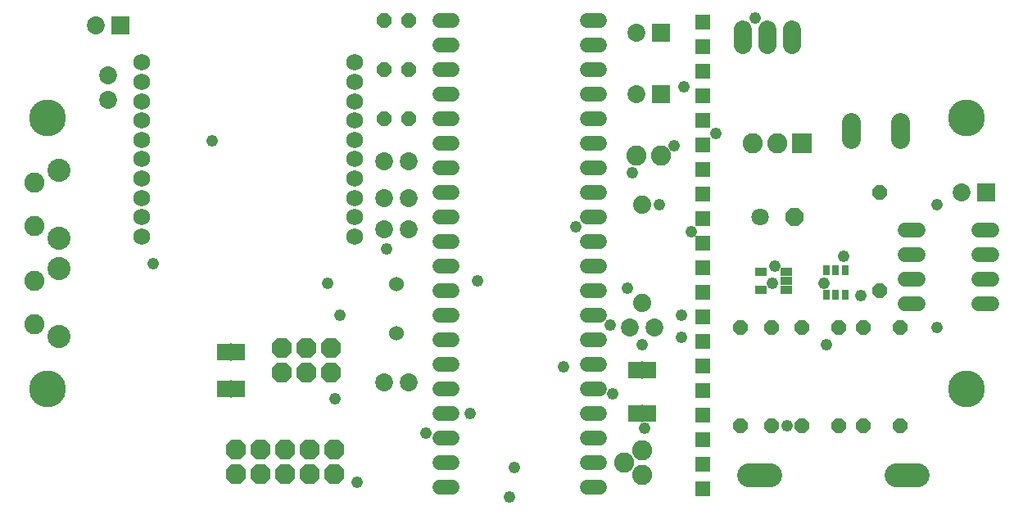
<source format=gts>
G75*
G70*
%OFA0B0*%
%FSLAX24Y24*%
%IPPOS*%
%LPD*%
%AMOC8*
5,1,8,0,0,1.08239X$1,22.5*
%
%ADD10C,0.0680*%
%ADD11C,0.0600*%
%ADD12C,0.0740*%
%ADD13C,0.0730*%
%ADD14R,0.0730X0.0730*%
%ADD15C,0.0600*%
%ADD16OC8,0.0820*%
%ADD17OC8,0.0600*%
%ADD18C,0.0940*%
%ADD19C,0.0820*%
%ADD20R,0.0315X0.0433*%
%ADD21C,0.0740*%
%ADD22R,0.0470X0.0352*%
%ADD23OC8,0.0710*%
%ADD24C,0.0710*%
%ADD25R,0.0540X0.0710*%
%ADD26R,0.0060X0.0720*%
%ADD27C,0.0780*%
%ADD28R,0.0595X0.0595*%
%ADD29C,0.0965*%
%ADD30C,0.1497*%
%ADD31R,0.0820X0.0820*%
%ADD32C,0.0480*%
%ADD33C,0.0476*%
D10*
X005770Y011732D03*
X005770Y012519D03*
X005770Y013306D03*
X005770Y014094D03*
X005770Y014881D03*
X005770Y015669D03*
X005770Y016456D03*
X005770Y017243D03*
X005770Y018031D03*
X005770Y018818D03*
X014432Y018818D03*
X014432Y018031D03*
X014432Y017243D03*
X014432Y016456D03*
X014432Y015669D03*
X014432Y014881D03*
X014432Y014094D03*
X014432Y013306D03*
X014432Y012519D03*
X014432Y011732D03*
D11*
X017891Y011534D02*
X018411Y011534D01*
X018411Y012534D02*
X017891Y012534D01*
X017891Y013534D02*
X018411Y013534D01*
X018411Y014534D02*
X017891Y014534D01*
X017891Y015534D02*
X018411Y015534D01*
X018411Y016534D02*
X017891Y016534D01*
X017891Y017534D02*
X018411Y017534D01*
X018411Y018534D02*
X017891Y018534D01*
X017891Y019534D02*
X018411Y019534D01*
X018411Y020534D02*
X017891Y020534D01*
X023891Y020534D02*
X024411Y020534D01*
X024411Y019534D02*
X023891Y019534D01*
X023891Y018534D02*
X024411Y018534D01*
X024411Y017534D02*
X023891Y017534D01*
X023891Y016534D02*
X024411Y016534D01*
X024411Y015534D02*
X023891Y015534D01*
X023891Y014534D02*
X024411Y014534D01*
X024411Y013534D02*
X023891Y013534D01*
X023891Y012534D02*
X024411Y012534D01*
X024411Y011534D02*
X023891Y011534D01*
X023891Y010534D02*
X024411Y010534D01*
X024411Y009534D02*
X023891Y009534D01*
X023891Y008534D02*
X024411Y008534D01*
X024411Y007534D02*
X023891Y007534D01*
X023891Y006534D02*
X024411Y006534D01*
X024411Y005534D02*
X023891Y005534D01*
X023891Y004534D02*
X024411Y004534D01*
X024411Y003534D02*
X023891Y003534D01*
X023891Y002534D02*
X024411Y002534D01*
X024411Y001534D02*
X023891Y001534D01*
X018411Y001534D02*
X017891Y001534D01*
X017891Y002534D02*
X018411Y002534D01*
X018411Y003534D02*
X017891Y003534D01*
X017891Y004534D02*
X018411Y004534D01*
X018411Y005534D02*
X017891Y005534D01*
X017891Y006534D02*
X018411Y006534D01*
X018411Y007534D02*
X017891Y007534D01*
X017891Y008534D02*
X018411Y008534D01*
X018411Y009534D02*
X017891Y009534D01*
X017891Y010534D02*
X018411Y010534D01*
X036851Y010994D02*
X037371Y010994D01*
X037371Y009994D02*
X036851Y009994D01*
X036851Y008994D02*
X037371Y008994D01*
X039851Y008994D02*
X040371Y008994D01*
X040371Y009994D02*
X039851Y009994D01*
X039851Y010994D02*
X040371Y010994D01*
X040371Y011994D02*
X039851Y011994D01*
X037371Y011994D02*
X036851Y011994D01*
D12*
X032233Y019511D02*
X032233Y020171D01*
X031233Y020171D02*
X031233Y019511D01*
X030233Y019511D02*
X030233Y020171D01*
D13*
X025901Y020034D03*
X025901Y017534D03*
X016651Y014784D03*
X015651Y014784D03*
X015651Y013284D03*
X016651Y013284D03*
X016651Y012034D03*
X015651Y012034D03*
X025651Y008034D03*
X026651Y008034D03*
X016651Y005784D03*
X015651Y005784D03*
X004401Y017284D03*
X004401Y018284D03*
X003901Y020334D03*
X039151Y013534D03*
D14*
X040151Y013534D03*
X026901Y017534D03*
X026901Y020034D03*
X004901Y020334D03*
D15*
X016151Y009784D03*
X016151Y007784D03*
D16*
X009611Y002054D03*
X010611Y002054D03*
X011611Y002054D03*
X012611Y002054D03*
X013611Y002054D03*
X013611Y003054D03*
X012611Y003054D03*
X011611Y003054D03*
X010611Y003054D03*
X009611Y003054D03*
X011481Y006194D03*
X012481Y006194D03*
X013481Y006194D03*
X013481Y007194D03*
X012481Y007194D03*
X011481Y007194D03*
D17*
X015651Y016534D03*
X016651Y016534D03*
X016651Y018534D03*
X015651Y018534D03*
X015651Y020534D03*
X016651Y020534D03*
X035811Y013534D03*
X035811Y009534D03*
X035151Y008034D03*
X034151Y008034D03*
X032651Y008034D03*
X031401Y008034D03*
X030151Y008034D03*
X036651Y008034D03*
X036651Y004034D03*
X035151Y004034D03*
X034151Y004034D03*
X032651Y004034D03*
X031401Y004034D03*
X030151Y004034D03*
D18*
X002393Y007656D03*
X002393Y010412D03*
X002393Y011656D03*
X002393Y014412D03*
D19*
X001409Y013920D03*
X001409Y012148D03*
X001409Y009920D03*
X001409Y008148D03*
X025401Y002534D03*
X026151Y002034D03*
X026151Y003034D03*
X025901Y015034D03*
X026901Y015034D03*
X030651Y015534D03*
X031651Y015534D03*
D20*
X033647Y010376D03*
X034021Y010376D03*
X034395Y010376D03*
X034395Y009352D03*
X034021Y009352D03*
X033647Y009352D03*
D21*
X026151Y009034D03*
X026151Y013034D03*
D22*
X030989Y010298D03*
X032009Y010298D03*
X032009Y009924D03*
X032009Y009550D03*
X030989Y009550D03*
D23*
X032351Y012534D03*
D24*
X030951Y012534D03*
D25*
X026451Y006284D03*
X025851Y006284D03*
X025851Y004534D03*
X026451Y004534D03*
X009701Y005534D03*
X009101Y005534D03*
X009101Y007034D03*
X009701Y007034D03*
D26*
X009401Y007034D03*
X009401Y005534D03*
X026151Y006284D03*
X026151Y004534D03*
D27*
X034651Y015684D02*
X034651Y016384D01*
X036651Y016384D02*
X036651Y015684D01*
D28*
X028611Y015474D03*
X028611Y014474D03*
X028611Y013474D03*
X028611Y012474D03*
X028611Y011474D03*
X028611Y010474D03*
X028611Y009474D03*
X028611Y008474D03*
X028611Y007474D03*
X028611Y006474D03*
X028611Y005474D03*
X028611Y004474D03*
X028611Y003474D03*
X028611Y002474D03*
X028611Y001474D03*
X028611Y016474D03*
X028611Y017474D03*
X028611Y018474D03*
X028611Y019474D03*
X028611Y020474D03*
D29*
X030459Y002034D02*
X031344Y002034D01*
X036459Y002034D02*
X037344Y002034D01*
D30*
X039351Y005534D03*
X039351Y016554D03*
X001951Y016554D03*
X001951Y005534D03*
D31*
X032651Y015534D03*
D32*
X029151Y015934D03*
X027451Y015434D03*
X025751Y014334D03*
X026851Y013034D03*
X028151Y011934D03*
X031551Y010534D03*
X031451Y009834D03*
X033551Y009834D03*
X035051Y009334D03*
X034351Y010934D03*
X033651Y007334D03*
X027751Y007634D03*
X027751Y008534D03*
X026151Y007334D03*
X024851Y008134D03*
X025551Y009634D03*
X023451Y012134D03*
X019451Y009934D03*
X015751Y011234D03*
X013351Y009834D03*
X013851Y008534D03*
X013651Y005134D03*
X017351Y003734D03*
X019151Y004534D03*
X022951Y006434D03*
X024951Y005334D03*
X026251Y003934D03*
X020951Y002334D03*
X020751Y001134D03*
X014551Y001734D03*
X006251Y010634D03*
X008651Y015634D03*
X027851Y017834D03*
X030751Y020634D03*
X032051Y004034D03*
D33*
X038151Y008034D03*
X038151Y013034D03*
M02*

</source>
